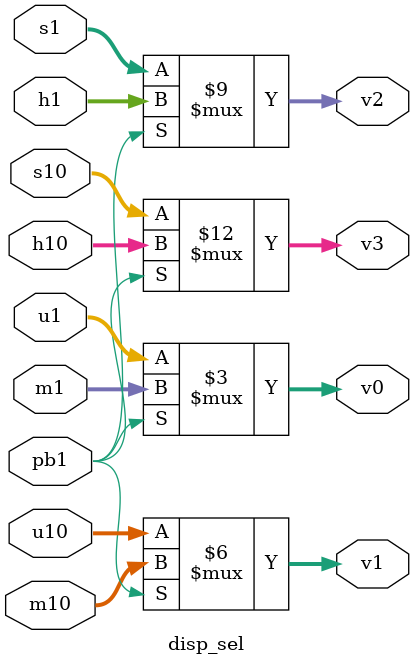
<source format=v>
`timescale 1ns / 1ps
module disp_sel(
	 input [3:0] h10,
	 input [3:0] h1,
	 input [3:0] m10,
	 input [3:0] m1,
	 input [3:0] s10,
	 input [3:0] s1,
	 input [3:0] u10,
	 input [3:0] u1,
	 input pb1,
	 output reg [3:0] v3,
	 output reg [3:0] v2,
	 output reg [3:0] v1,
	 output reg [3:0] v0
    );
	 

	always@(pb1 or h10 or h1 or m10 or m1 or s10 or s1 or u10 or u1)
		if(pb1)	begin	
			v3 <= h10;
			v2 <= h1;
			v1 <= m10;
			v0 <= m1;
		end
		else begin
			v3 <= s10;
			v2 <= s1;
			v1 <= u10;
			v0 <= u1;
		end

endmodule

</source>
